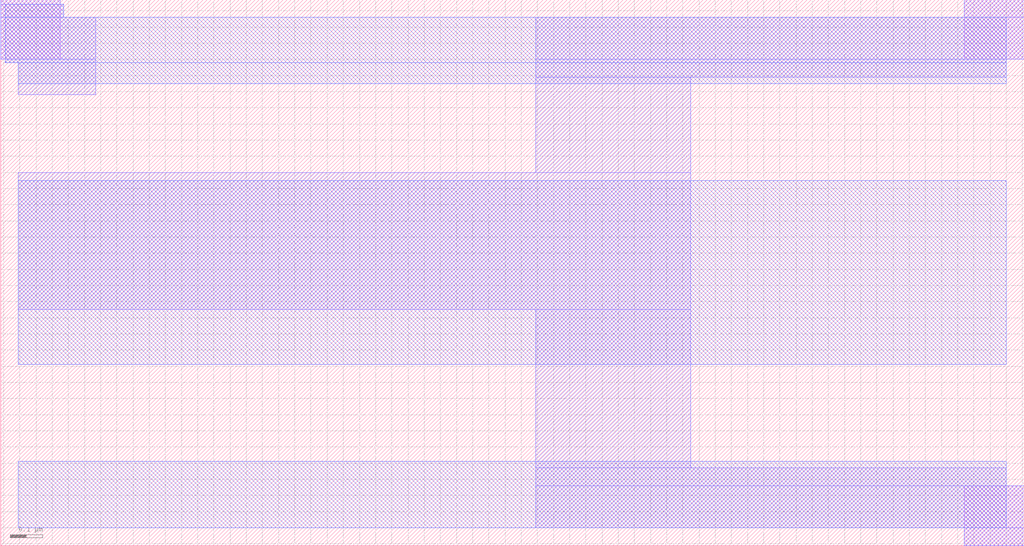
<source format=lef>
# Copyright 2020 The SkyWater PDK Authors
#
# Licensed under the Apache License, Version 2.0 (the "License");
# you may not use this file except in compliance with the License.
# You may obtain a copy of the License at
#
#     https://www.apache.org/licenses/LICENSE-2.0
#
# Unless required by applicable law or agreed to in writing, software
# distributed under the License is distributed on an "AS IS" BASIS,
# WITHOUT WARRANTIES OR CONDITIONS OF ANY KIND, either express or implied.
# See the License for the specific language governing permissions and
# limitations under the License.
#
# SPDX-License-Identifier: Apache-2.0

VERSION 5.7 ;
  NOWIREEXTENSIONATPIN ON ;
  DIVIDERCHAR "/" ;
  BUSBITCHARS "[]" ;
MACRO sky130_fd_bd_sram__sram_dp_swldrv_met23_2
  CLASS BLOCK ;
  FOREIGN sky130_fd_bd_sram__sram_dp_swldrv_met23_2 ;
  ORIGIN  3.110000  0.055000 ;
  SIZE  3.165000 BY  1.690000 ;
  OBS
    LAYER met1 ;
      RECT -3.110000  1.450000 -2.925000 1.635000 ;
      RECT -0.130000 -0.055000  0.055000 0.130000 ;
      RECT -0.130000  1.450000  0.055000 1.635000 ;
    LAYER met2 ;
      RECT -3.110000  1.450000 -2.815000 1.580000 ;
      RECT -3.110000  1.580000 -2.915000 1.620000 ;
      RECT -3.110000  1.620000 -2.925000 1.635000 ;
      RECT -3.095000  1.440000 -2.815000 1.450000 ;
      RECT -3.055000  0.675000 -0.975000 1.100000 ;
      RECT -3.055000  1.340000 -2.815000 1.440000 ;
      RECT -1.455000  0.000000  0.055000 0.130000 ;
      RECT -1.455000  0.130000  0.000000 0.185000 ;
      RECT -1.455000  0.185000 -0.975000 0.675000 ;
      RECT -1.455000  1.100000 -0.975000 1.395000 ;
      RECT -1.455000  1.395000  0.000000 1.450000 ;
      RECT -1.455000  1.450000  0.055000 1.580000 ;
      RECT -0.130000 -0.055000  0.055000 0.000000 ;
      RECT -0.130000  1.580000  0.055000 1.635000 ;
    LAYER met3 ;
      RECT -3.095000 1.440000  0.000000 1.580000 ;
      RECT -3.095000 1.580000 -2.915000 1.620000 ;
      RECT -3.055000 0.000000  0.000000 0.205000 ;
      RECT -3.055000 0.505000  0.000000 1.075000 ;
      RECT -3.055000 1.375000  0.000000 1.440000 ;
  END
END sky130_fd_bd_sram__sram_dp_swldrv_met23_2
END LIBRARY

</source>
